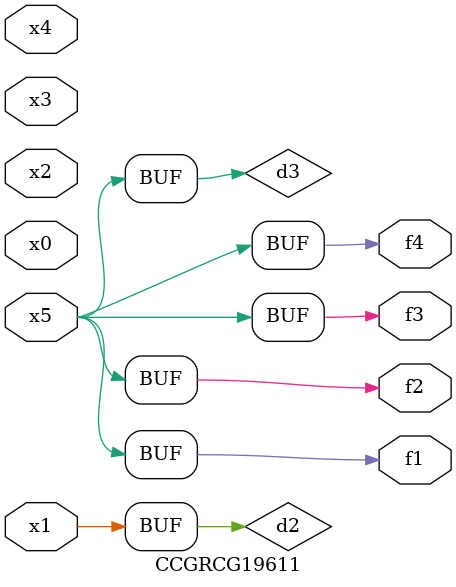
<source format=v>
module CCGRCG19611(
	input x0, x1, x2, x3, x4, x5,
	output f1, f2, f3, f4
);

	wire d1, d2, d3;

	not (d1, x5);
	or (d2, x1);
	xnor (d3, d1);
	assign f1 = d3;
	assign f2 = d3;
	assign f3 = d3;
	assign f4 = d3;
endmodule

</source>
